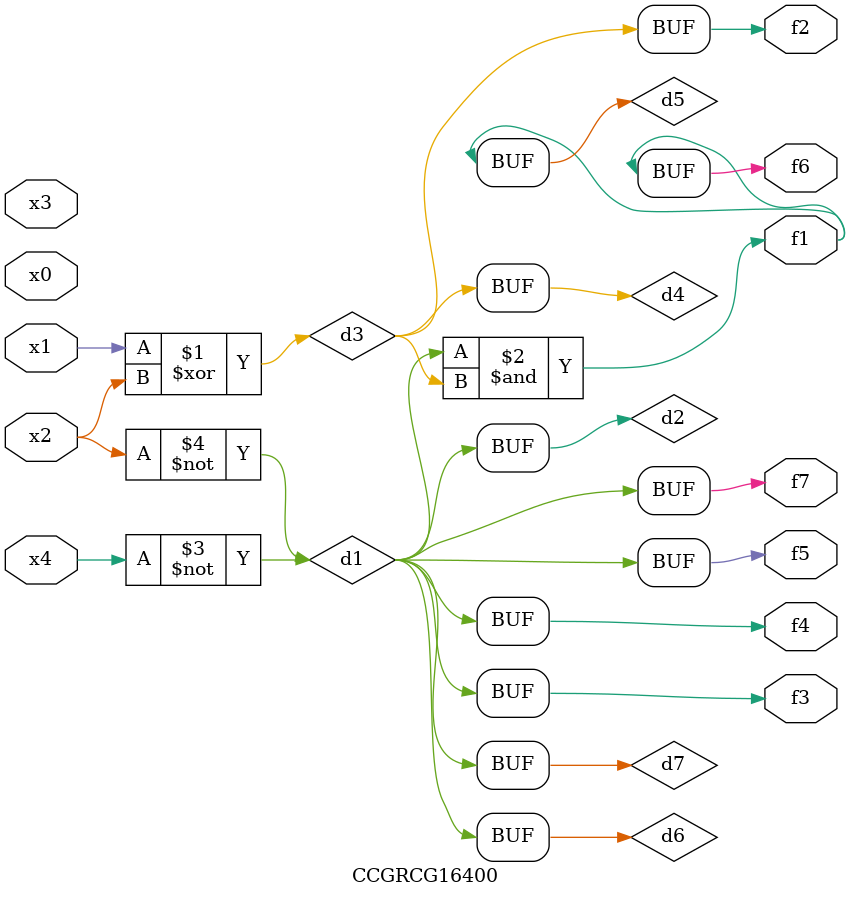
<source format=v>
module CCGRCG16400(
	input x0, x1, x2, x3, x4,
	output f1, f2, f3, f4, f5, f6, f7
);

	wire d1, d2, d3, d4, d5, d6, d7;

	not (d1, x4);
	not (d2, x2);
	xor (d3, x1, x2);
	buf (d4, d3);
	and (d5, d1, d3);
	buf (d6, d1, d2);
	buf (d7, d2);
	assign f1 = d5;
	assign f2 = d4;
	assign f3 = d7;
	assign f4 = d7;
	assign f5 = d7;
	assign f6 = d5;
	assign f7 = d7;
endmodule

</source>
